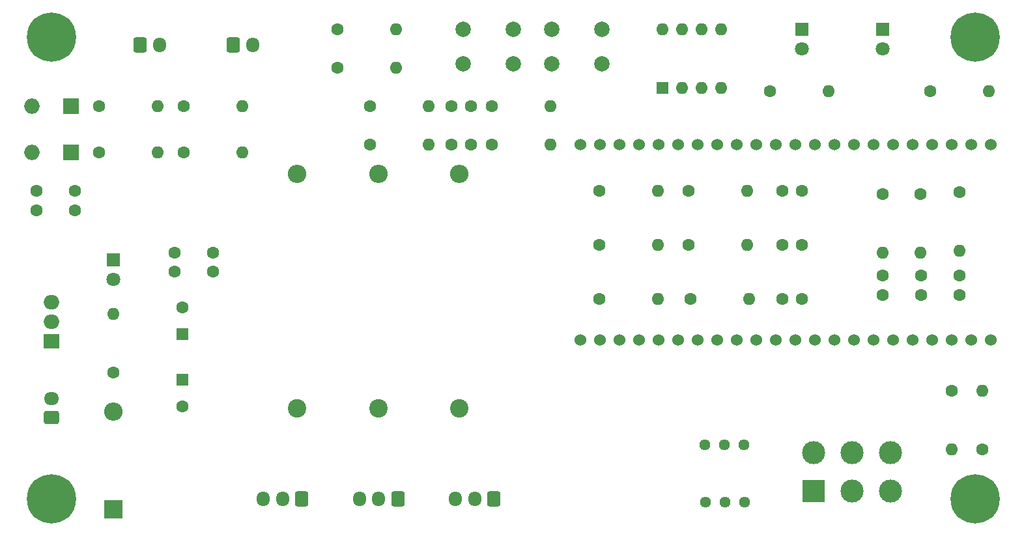
<source format=gbr>
%TF.GenerationSoftware,KiCad,Pcbnew,7.0.7*%
%TF.CreationDate,2023-10-27T23:14:04+02:00*%
%TF.ProjectId,ProstheticHandV2,50726f73-7468-4657-9469-6348616e6456,rev?*%
%TF.SameCoordinates,Original*%
%TF.FileFunction,Soldermask,Bot*%
%TF.FilePolarity,Negative*%
%FSLAX46Y46*%
G04 Gerber Fmt 4.6, Leading zero omitted, Abs format (unit mm)*
G04 Created by KiCad (PCBNEW 7.0.7) date 2023-10-27 23:14:04*
%MOMM*%
%LPD*%
G01*
G04 APERTURE LIST*
G04 Aperture macros list*
%AMRoundRect*
0 Rectangle with rounded corners*
0 $1 Rounding radius*
0 $2 $3 $4 $5 $6 $7 $8 $9 X,Y pos of 4 corners*
0 Add a 4 corners polygon primitive as box body*
4,1,4,$2,$3,$4,$5,$6,$7,$8,$9,$2,$3,0*
0 Add four circle primitives for the rounded corners*
1,1,$1+$1,$2,$3*
1,1,$1+$1,$4,$5*
1,1,$1+$1,$6,$7*
1,1,$1+$1,$8,$9*
0 Add four rect primitives between the rounded corners*
20,1,$1+$1,$2,$3,$4,$5,0*
20,1,$1+$1,$4,$5,$6,$7,0*
20,1,$1+$1,$6,$7,$8,$9,0*
20,1,$1+$1,$8,$9,$2,$3,0*%
G04 Aperture macros list end*
%ADD10C,1.600000*%
%ADD11O,1.600000X1.600000*%
%ADD12RoundRect,0.250000X0.600000X0.725000X-0.600000X0.725000X-0.600000X-0.725000X0.600000X-0.725000X0*%
%ADD13O,1.700000X1.950000*%
%ADD14C,2.000000*%
%ADD15R,2.000000X1.905000*%
%ADD16O,2.000000X1.905000*%
%ADD17RoundRect,0.250000X-0.600000X-0.725000X0.600000X-0.725000X0.600000X0.725000X-0.600000X0.725000X0*%
%ADD18C,6.400000*%
%ADD19C,1.440000*%
%ADD20R,2.000000X2.000000*%
%ADD21O,2.000000X2.000000*%
%ADD22R,2.400000X2.400000*%
%ADD23O,2.400000X2.400000*%
%ADD24R,3.000000X3.000000*%
%ADD25C,3.000000*%
%ADD26R,1.600000X1.600000*%
%ADD27C,2.400000*%
%ADD28R,1.800000X1.800000*%
%ADD29C,1.800000*%
%ADD30RoundRect,0.250000X0.725000X-0.600000X0.725000X0.600000X-0.725000X0.600000X-0.725000X-0.600000X0*%
%ADD31O,1.950000X1.700000*%
%ADD32C,1.524000*%
G04 APERTURE END LIST*
D10*
%TO.C,R22*%
X187810000Y-75000000D03*
D11*
X195430000Y-75000000D03*
%TD*%
D10*
%TO.C,R12*%
X146380000Y-69000000D03*
D11*
X154000000Y-69000000D03*
%TD*%
D10*
%TO.C,R7*%
X111190000Y-70000000D03*
D11*
X118810000Y-70000000D03*
%TD*%
D12*
%TO.C,J4*%
X150000000Y-115000000D03*
D13*
X147500000Y-115000000D03*
X145000000Y-115000000D03*
%TD*%
D14*
%TO.C,SW2*%
X158500000Y-54000000D03*
X165000000Y-54000000D03*
X158500000Y-58500000D03*
X165000000Y-58500000D03*
%TD*%
D15*
%TO.C,U1*%
X104945000Y-94540000D03*
D16*
X104945000Y-92000000D03*
X104945000Y-89460000D03*
%TD*%
D17*
%TO.C,J2*%
X116500000Y-56000000D03*
D13*
X119000000Y-56000000D03*
%TD*%
D10*
%TO.C,C7*%
X213000000Y-88500000D03*
X213000000Y-86000000D03*
%TD*%
%TO.C,R19*%
X176190000Y-82000000D03*
D11*
X183810000Y-82000000D03*
%TD*%
D10*
%TO.C,R18*%
X162190000Y-64000000D03*
D11*
X169810000Y-64000000D03*
%TD*%
D10*
%TO.C,R5*%
X111190000Y-64000000D03*
D11*
X118810000Y-64000000D03*
%TD*%
D18*
%TO.C,H1*%
X105000000Y-55000000D03*
%TD*%
D19*
%TO.C,RV2*%
X195000000Y-108000000D03*
X192460000Y-108000000D03*
X189920000Y-108000000D03*
%TD*%
D20*
%TO.C,D4*%
X107540000Y-70000000D03*
D21*
X102460000Y-70000000D03*
%TD*%
D22*
%TO.C,D1*%
X113000000Y-116350000D03*
D23*
X113000000Y-103650000D03*
%TD*%
D10*
%TO.C,C2*%
X126000000Y-85500000D03*
X126000000Y-83000000D03*
%TD*%
%TO.C,C13*%
X200000000Y-75000000D03*
X202500000Y-75000000D03*
%TD*%
%TO.C,C9*%
X218000000Y-88500000D03*
X218000000Y-86000000D03*
%TD*%
%TO.C,R3*%
X226000000Y-108620000D03*
D11*
X226000000Y-101000000D03*
%TD*%
D24*
%TO.C,RV1*%
X204000000Y-114000000D03*
D25*
X209000000Y-114000000D03*
X214000000Y-114000000D03*
X204000000Y-109000000D03*
X209000000Y-109000000D03*
X214000000Y-109000000D03*
%TD*%
D14*
%TO.C,SW3*%
X170000000Y-54000000D03*
X176500000Y-54000000D03*
X170000000Y-58500000D03*
X176500000Y-58500000D03*
%TD*%
D10*
%TO.C,C8*%
X157000000Y-69000000D03*
X159500000Y-69000000D03*
%TD*%
%TO.C,R26*%
X188000000Y-89000000D03*
D11*
X195620000Y-89000000D03*
%TD*%
D19*
%TO.C,RV3*%
X195080000Y-115450000D03*
X192540000Y-115450000D03*
X190000000Y-115450000D03*
%TD*%
D10*
%TO.C,R4*%
X122190000Y-64000000D03*
D11*
X129810000Y-64000000D03*
%TD*%
D26*
%TO.C,SW1*%
X184380000Y-61620000D03*
D11*
X186920000Y-61620000D03*
X189460000Y-61620000D03*
X192000000Y-61620000D03*
X192000000Y-54000000D03*
X189460000Y-54000000D03*
X186920000Y-54000000D03*
X184380000Y-54000000D03*
%TD*%
D10*
%TO.C,R2*%
X113000000Y-98620000D03*
D11*
X113000000Y-91000000D03*
%TD*%
D10*
%TO.C,C4*%
X121000000Y-85500000D03*
X121000000Y-83000000D03*
%TD*%
%TO.C,C10*%
X223000000Y-88500000D03*
X223000000Y-86000000D03*
%TD*%
%TO.C,C11*%
X157000000Y-64000000D03*
X159500000Y-64000000D03*
%TD*%
D27*
%TO.C,R23*%
X147450000Y-103245000D03*
D23*
X147450000Y-72765000D03*
%TD*%
D18*
%TO.C,H4*%
X225000000Y-115000000D03*
%TD*%
D28*
%TO.C,D5*%
X213000000Y-54000000D03*
D29*
X213000000Y-56540000D03*
%TD*%
D10*
%TO.C,C5*%
X103000000Y-75000000D03*
X103000000Y-77500000D03*
%TD*%
%TO.C,R15*%
X142190000Y-54000000D03*
D11*
X149810000Y-54000000D03*
%TD*%
D10*
%TO.C,R14*%
X217950000Y-75380000D03*
D11*
X217950000Y-83000000D03*
%TD*%
D30*
%TO.C,J1*%
X104945000Y-104460000D03*
D31*
X104945000Y-101960000D03*
%TD*%
D26*
%TO.C,C1*%
X122000000Y-99500000D03*
D10*
X122000000Y-103000000D03*
%TD*%
%TO.C,C6*%
X108000000Y-75000000D03*
X108000000Y-77500000D03*
%TD*%
%TO.C,R21*%
X176190000Y-75000000D03*
D11*
X183810000Y-75000000D03*
%TD*%
D28*
%TO.C,D2*%
X113000000Y-84000000D03*
D29*
X113000000Y-86540000D03*
%TD*%
D32*
%TO.C,A1*%
X173740000Y-94400000D03*
X176280000Y-94400000D03*
X178820000Y-94400000D03*
X181360000Y-94400000D03*
X183900000Y-94400000D03*
X186440000Y-94400000D03*
X188980000Y-94400000D03*
X191520000Y-94400000D03*
X194060000Y-94400000D03*
X196600000Y-94400000D03*
X199140000Y-94400000D03*
X201680000Y-94400000D03*
X204220000Y-94400000D03*
X206760000Y-94400000D03*
X209300000Y-94400000D03*
X211840000Y-94400000D03*
X214380000Y-94400000D03*
X216920000Y-94400000D03*
X219460000Y-94400000D03*
X222000000Y-94400000D03*
X224540000Y-94400000D03*
X227080000Y-94400000D03*
X227080000Y-69000000D03*
X224540000Y-69000000D03*
X222000000Y-69000000D03*
X219460000Y-69000000D03*
X216920000Y-69000000D03*
X214380000Y-69000000D03*
X211840000Y-69000000D03*
X209300000Y-69000000D03*
X206760000Y-69000000D03*
X204220000Y-69000000D03*
X201680000Y-69000000D03*
X199140000Y-69000000D03*
X196600000Y-69000000D03*
X194060000Y-69000000D03*
X191520000Y-69000000D03*
X188980000Y-69000000D03*
X186440000Y-69000000D03*
X183900000Y-69000000D03*
X181360000Y-69000000D03*
X178820000Y-69000000D03*
X176280000Y-69000000D03*
X173740000Y-69000000D03*
%TD*%
D10*
%TO.C,C14*%
X200000000Y-89000000D03*
X202500000Y-89000000D03*
%TD*%
%TO.C,R25*%
X176190000Y-89000000D03*
D11*
X183810000Y-89000000D03*
%TD*%
D10*
%TO.C,R10*%
X142190000Y-59000000D03*
D11*
X149810000Y-59000000D03*
%TD*%
D10*
%TO.C,C12*%
X200000000Y-82000000D03*
X202500000Y-82000000D03*
%TD*%
%TO.C,R16*%
X223000000Y-75190000D03*
D11*
X223000000Y-82810000D03*
%TD*%
D18*
%TO.C,H2*%
X225000000Y-55000000D03*
%TD*%
D20*
%TO.C,D3*%
X107540000Y-64000000D03*
D21*
X102460000Y-64000000D03*
%TD*%
D17*
%TO.C,J3*%
X128600000Y-56000000D03*
D13*
X131100000Y-56000000D03*
%TD*%
D12*
%TO.C,J5*%
X137500000Y-115000000D03*
D13*
X135000000Y-115000000D03*
X132500000Y-115000000D03*
%TD*%
D10*
%TO.C,R13*%
X162190000Y-69000000D03*
D11*
X169810000Y-69000000D03*
%TD*%
D10*
%TO.C,R9*%
X198380000Y-62000000D03*
D11*
X206000000Y-62000000D03*
%TD*%
D18*
%TO.C,H3*%
X105000000Y-115000000D03*
%TD*%
D27*
%TO.C,R24*%
X136900000Y-103245000D03*
D23*
X136900000Y-72765000D03*
%TD*%
D10*
%TO.C,R1*%
X222000000Y-101000000D03*
D11*
X222000000Y-108620000D03*
%TD*%
D12*
%TO.C,J6*%
X162500000Y-115000000D03*
D13*
X160000000Y-115000000D03*
X157500000Y-115000000D03*
%TD*%
D10*
%TO.C,R17*%
X146380000Y-64000000D03*
D11*
X154000000Y-64000000D03*
%TD*%
D28*
%TO.C,D6*%
X202540000Y-54000000D03*
D29*
X202540000Y-56540000D03*
%TD*%
D10*
%TO.C,R11*%
X213000000Y-75380000D03*
D11*
X213000000Y-83000000D03*
%TD*%
D27*
%TO.C,R27*%
X158000000Y-103245000D03*
D23*
X158000000Y-72765000D03*
%TD*%
D26*
%TO.C,C3*%
X122000000Y-93652651D03*
D10*
X122000000Y-90152651D03*
%TD*%
%TO.C,R6*%
X122190000Y-70000000D03*
D11*
X129810000Y-70000000D03*
%TD*%
D10*
%TO.C,R20*%
X187810000Y-82000000D03*
D11*
X195430000Y-82000000D03*
%TD*%
D10*
%TO.C,R8*%
X219190000Y-62000000D03*
D11*
X226810000Y-62000000D03*
%TD*%
M02*

</source>
